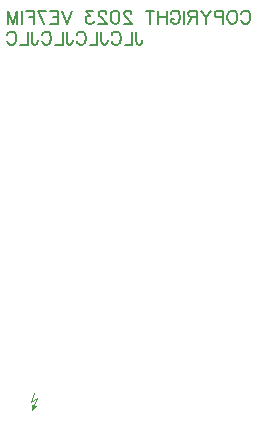
<source format=gbo>
G04 Layer: BottomSilkscreenLayer*
G04 EasyEDA v6.5.34, 2023-08-21 18:11:39*
G04 7c8418cbede34b2c85e998ecb34685fd,5a6b42c53f6a479593ecc07194224c93,10*
G04 Gerber Generator version 0.2*
G04 Scale: 100 percent, Rotated: No, Reflected: No *
G04 Dimensions in millimeters *
G04 leading zeros omitted , absolute positions ,4 integer and 5 decimal *
%FSLAX45Y45*%
%MOMM*%

%ADD10C,0.1524*%
%ADD11C,0.1520*%
%ADD12C,0.1000*%

%LPD*%
D10*
X2766857Y5575752D02*
G01*
X2772054Y5586143D01*
X2782445Y5596534D01*
X2792834Y5601728D01*
X2813616Y5601728D01*
X2824007Y5596534D01*
X2834398Y5586143D01*
X2839595Y5575752D01*
X2844789Y5560164D01*
X2844789Y5534187D01*
X2839595Y5518602D01*
X2834398Y5508210D01*
X2824007Y5497819D01*
X2813616Y5492625D01*
X2792834Y5492625D01*
X2782445Y5497819D01*
X2772054Y5508210D01*
X2766857Y5518602D01*
X2701394Y5601728D02*
G01*
X2711785Y5596534D01*
X2722176Y5586143D01*
X2727373Y5575752D01*
X2732567Y5560164D01*
X2732567Y5534187D01*
X2727373Y5518602D01*
X2722176Y5508210D01*
X2711785Y5497819D01*
X2701394Y5492625D01*
X2680614Y5492625D01*
X2670223Y5497819D01*
X2659832Y5508210D01*
X2654635Y5518602D01*
X2649440Y5534187D01*
X2649440Y5560164D01*
X2654635Y5575752D01*
X2659832Y5586143D01*
X2670223Y5596534D01*
X2680614Y5601728D01*
X2701394Y5601728D01*
X2615150Y5601728D02*
G01*
X2615150Y5492625D01*
X2615150Y5601728D02*
G01*
X2568392Y5601728D01*
X2552804Y5596534D01*
X2547609Y5591337D01*
X2542415Y5580946D01*
X2542415Y5565360D01*
X2547609Y5554969D01*
X2552804Y5549775D01*
X2568392Y5544578D01*
X2615150Y5544578D01*
X2508125Y5601728D02*
G01*
X2466560Y5549775D01*
X2466560Y5492625D01*
X2424996Y5601728D02*
G01*
X2466560Y5549775D01*
X2390706Y5601728D02*
G01*
X2390706Y5492625D01*
X2390706Y5601728D02*
G01*
X2343947Y5601728D01*
X2328362Y5596534D01*
X2323165Y5591337D01*
X2317970Y5580946D01*
X2317970Y5570555D01*
X2323165Y5560164D01*
X2328362Y5554969D01*
X2343947Y5549775D01*
X2390706Y5549775D01*
X2354338Y5549775D02*
G01*
X2317970Y5492625D01*
X2283680Y5601728D02*
G01*
X2283680Y5492625D01*
X2171458Y5575752D02*
G01*
X2176655Y5586143D01*
X2187044Y5596534D01*
X2197435Y5601728D01*
X2218217Y5601728D01*
X2228608Y5596534D01*
X2238999Y5586143D01*
X2244194Y5575752D01*
X2249390Y5560164D01*
X2249390Y5534187D01*
X2244194Y5518602D01*
X2238999Y5508210D01*
X2228608Y5497819D01*
X2218217Y5492625D01*
X2197435Y5492625D01*
X2187044Y5497819D01*
X2176655Y5508210D01*
X2171458Y5518602D01*
X2171458Y5534187D01*
X2197435Y5534187D02*
G01*
X2171458Y5534187D01*
X2137168Y5601728D02*
G01*
X2137168Y5492625D01*
X2064433Y5601728D02*
G01*
X2064433Y5492625D01*
X2137168Y5549775D02*
G01*
X2064433Y5549775D01*
X1993775Y5601728D02*
G01*
X1993775Y5492625D01*
X2030143Y5601728D02*
G01*
X1957405Y5601728D01*
X1837910Y5575752D02*
G01*
X1837910Y5580946D01*
X1832714Y5591337D01*
X1827519Y5596534D01*
X1817128Y5601728D01*
X1796346Y5601728D01*
X1785955Y5596534D01*
X1780760Y5591337D01*
X1775564Y5580946D01*
X1775564Y5570555D01*
X1780760Y5560164D01*
X1791152Y5544578D01*
X1843105Y5492625D01*
X1770369Y5492625D01*
X1704906Y5601728D02*
G01*
X1720494Y5596534D01*
X1730885Y5580946D01*
X1736079Y5554969D01*
X1736079Y5539384D01*
X1730885Y5513405D01*
X1720494Y5497819D01*
X1704906Y5492625D01*
X1694515Y5492625D01*
X1678929Y5497819D01*
X1668538Y5513405D01*
X1663344Y5539384D01*
X1663344Y5554969D01*
X1668538Y5580946D01*
X1678929Y5596534D01*
X1694515Y5601728D01*
X1704906Y5601728D01*
X1623857Y5575752D02*
G01*
X1623857Y5580946D01*
X1618663Y5591337D01*
X1613466Y5596534D01*
X1603075Y5601728D01*
X1582295Y5601728D01*
X1571904Y5596534D01*
X1566707Y5591337D01*
X1561513Y5580946D01*
X1561513Y5570555D01*
X1566707Y5560164D01*
X1577098Y5544578D01*
X1629054Y5492625D01*
X1556316Y5492625D01*
X1511635Y5601728D02*
G01*
X1454485Y5601728D01*
X1485658Y5560164D01*
X1470073Y5560164D01*
X1459682Y5554969D01*
X1454485Y5549775D01*
X1449290Y5534187D01*
X1449290Y5523796D01*
X1454485Y5508210D01*
X1464876Y5497819D01*
X1480464Y5492625D01*
X1496049Y5492625D01*
X1511635Y5497819D01*
X1516832Y5503014D01*
X1522026Y5513405D01*
X1334990Y5601728D02*
G01*
X1293426Y5492625D01*
X1251864Y5601728D02*
G01*
X1293426Y5492625D01*
X1217574Y5601728D02*
G01*
X1217574Y5492625D01*
X1217574Y5601728D02*
G01*
X1150033Y5601728D01*
X1217574Y5549775D02*
G01*
X1176009Y5549775D01*
X1217574Y5492625D02*
G01*
X1150033Y5492625D01*
X1043005Y5601728D02*
G01*
X1094960Y5492625D01*
X1115743Y5601728D02*
G01*
X1043005Y5601728D01*
X1008715Y5601728D02*
G01*
X1008715Y5492625D01*
X1008715Y5601728D02*
G01*
X941174Y5601728D01*
X1008715Y5549775D02*
G01*
X967153Y5549775D01*
X906884Y5601728D02*
G01*
X906884Y5492625D01*
X872594Y5601728D02*
G01*
X872594Y5492625D01*
X872594Y5601728D02*
G01*
X831032Y5492625D01*
X789467Y5601728D02*
G01*
X831032Y5492625D01*
X789467Y5601728D02*
G01*
X789467Y5492625D01*
D11*
X1878434Y5423928D02*
G01*
X1878434Y5340802D01*
X1883630Y5325214D01*
X1888825Y5320019D01*
X1899216Y5314825D01*
X1909607Y5314825D01*
X1919998Y5320019D01*
X1925195Y5325214D01*
X1930389Y5340802D01*
X1930389Y5351193D01*
X1844144Y5423928D02*
G01*
X1844144Y5314825D01*
X1844144Y5314825D02*
G01*
X1781799Y5314825D01*
X1669577Y5397952D02*
G01*
X1674774Y5408343D01*
X1685165Y5418734D01*
X1695554Y5423928D01*
X1716336Y5423928D01*
X1726727Y5418734D01*
X1737118Y5408343D01*
X1742315Y5397952D01*
X1747509Y5382364D01*
X1747509Y5356387D01*
X1742315Y5340802D01*
X1737118Y5330410D01*
X1726727Y5320019D01*
X1716336Y5314825D01*
X1695554Y5314825D01*
X1685165Y5320019D01*
X1674774Y5330410D01*
X1669577Y5340802D01*
X1583334Y5423928D02*
G01*
X1583334Y5340802D01*
X1588528Y5325214D01*
X1593725Y5320019D01*
X1604114Y5314825D01*
X1614505Y5314825D01*
X1624896Y5320019D01*
X1630093Y5325214D01*
X1635287Y5340802D01*
X1635287Y5351193D01*
X1549044Y5423928D02*
G01*
X1549044Y5314825D01*
X1549044Y5314825D02*
G01*
X1486697Y5314825D01*
X1374475Y5397952D02*
G01*
X1379672Y5408343D01*
X1390063Y5418734D01*
X1400454Y5423928D01*
X1421234Y5423928D01*
X1431625Y5418734D01*
X1442016Y5408343D01*
X1447213Y5397952D01*
X1452407Y5382364D01*
X1452407Y5356387D01*
X1447213Y5340802D01*
X1442016Y5330410D01*
X1431625Y5320019D01*
X1421234Y5314825D01*
X1400454Y5314825D01*
X1390063Y5320019D01*
X1379672Y5330410D01*
X1374475Y5340802D01*
X1288232Y5423928D02*
G01*
X1288232Y5340802D01*
X1293426Y5325214D01*
X1298623Y5320019D01*
X1309014Y5314825D01*
X1319405Y5314825D01*
X1329794Y5320019D01*
X1334990Y5325214D01*
X1340185Y5340802D01*
X1340185Y5351193D01*
X1253942Y5423928D02*
G01*
X1253942Y5314825D01*
X1253942Y5314825D02*
G01*
X1191595Y5314825D01*
X1079375Y5397952D02*
G01*
X1084569Y5408343D01*
X1094960Y5418734D01*
X1105352Y5423928D01*
X1126134Y5423928D01*
X1136525Y5418734D01*
X1146914Y5408343D01*
X1152110Y5397952D01*
X1157305Y5382364D01*
X1157305Y5356387D01*
X1152110Y5340802D01*
X1146914Y5330410D01*
X1136525Y5320019D01*
X1126134Y5314825D01*
X1105352Y5314825D01*
X1094960Y5320019D01*
X1084569Y5330410D01*
X1079375Y5340802D01*
X993129Y5423928D02*
G01*
X993129Y5340802D01*
X998324Y5325214D01*
X1003520Y5320019D01*
X1013912Y5314825D01*
X1024303Y5314825D01*
X1034694Y5320019D01*
X1039888Y5325214D01*
X1045085Y5340802D01*
X1045085Y5351193D01*
X958839Y5423928D02*
G01*
X958839Y5314825D01*
X958839Y5314825D02*
G01*
X896495Y5314825D01*
X784273Y5397952D02*
G01*
X789467Y5408343D01*
X799858Y5418734D01*
X810249Y5423928D01*
X831032Y5423928D01*
X841423Y5418734D01*
X851814Y5408343D01*
X857008Y5397952D01*
X862205Y5382364D01*
X862205Y5356387D01*
X857008Y5340802D01*
X851814Y5330410D01*
X841423Y5320019D01*
X831032Y5314825D01*
X810249Y5314825D01*
X799858Y5320019D01*
X789467Y5330410D01*
X784273Y5340802D01*
G36*
X996950Y2266950D02*
G01*
X996950Y2203450D01*
X1035050Y2254250D01*
G37*
D12*
X1015997Y2362194D02*
G01*
X990597Y2285994D01*
X1041397Y2324094D01*
X1015997Y2260594D01*
M02*

</source>
